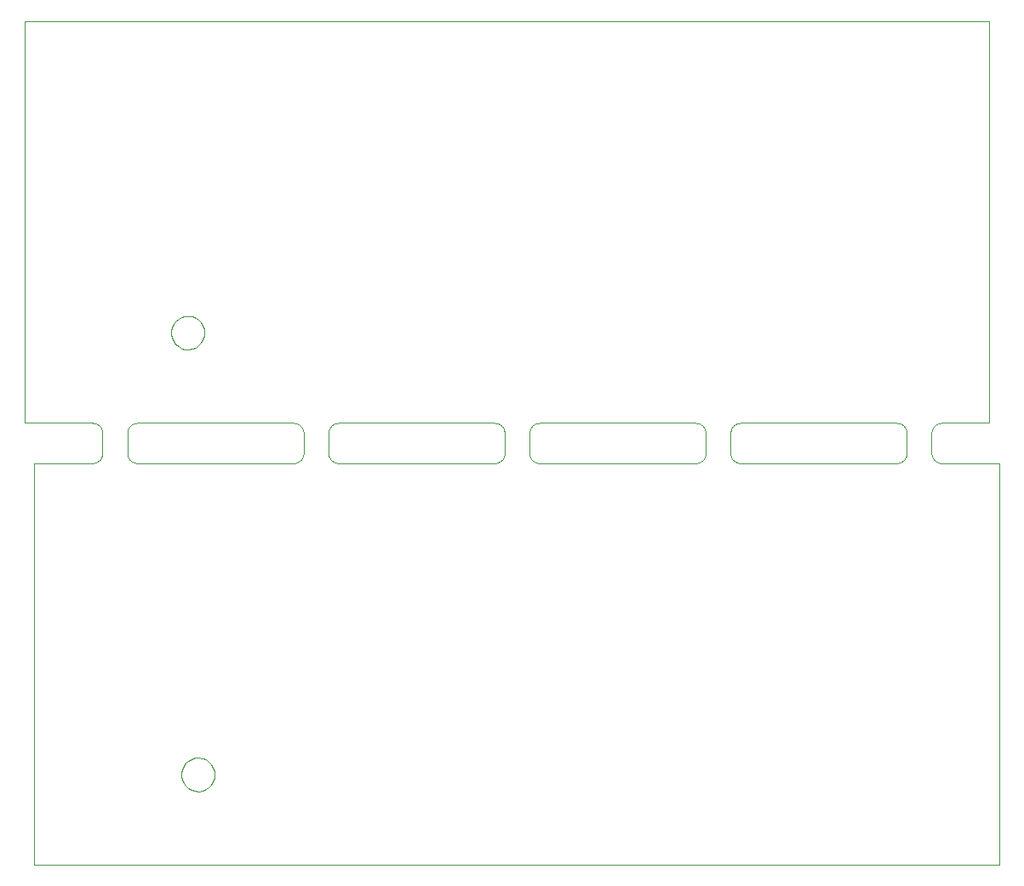
<source format=gko>
%MOIN*%
%OFA0B0*%
%FSLAX44Y44*%
%IPPOS*%
%LPD*%
%ADD10C,0*%
D10*
X00007220Y00003675D02*
X00007220Y00003675D01*
X00007078Y00003683D01*
X00006942Y00003721D01*
X00006816Y00003787D01*
X00006708Y00003879D01*
X00006622Y00003992D01*
X00006563Y00004121D01*
X00006532Y00004259D01*
X00006532Y00004401D01*
X00006563Y00004540D01*
X00006622Y00004669D01*
X00006708Y00004781D01*
X00006816Y00004873D01*
X00006942Y00004940D01*
X00007078Y00004978D01*
X00007220Y00004985D01*
X00007360Y00004962D01*
X00007492Y00004910D01*
X00007609Y00004830D01*
X00007707Y00004727D01*
X00007780Y00004606D01*
X00007825Y00004471D01*
X00007841Y00004330D01*
X00007825Y00004189D01*
X00007780Y00004055D01*
X00007707Y00003933D01*
X00007609Y00003830D01*
X00007492Y00003750D01*
X00007360Y00003698D01*
X00007220Y00003675D01*
X00006826Y00020998D02*
X00006826Y00020998D01*
X00006685Y00021006D01*
X00006548Y00021043D01*
X00006423Y00021110D01*
X00006314Y00021202D01*
X00006229Y00021315D01*
X00006169Y00021444D01*
X00006139Y00021582D01*
X00006139Y00021724D01*
X00006169Y00021863D01*
X00006229Y00021991D01*
X00006314Y00022104D01*
X00006423Y00022196D01*
X00006548Y00022263D01*
X00006685Y00022301D01*
X00006826Y00022308D01*
X00006966Y00022285D01*
X00007098Y00022233D01*
X00007216Y00022153D01*
X00007313Y00022050D01*
X00007386Y00021929D01*
X00007432Y00021794D01*
X00007447Y00021653D01*
X00007432Y00021512D01*
X00007386Y00021378D01*
X00007313Y00021256D01*
X00007216Y00021153D01*
X00007098Y00021073D01*
X00006966Y00021021D01*
X00006826Y00020998D01*
X00004817Y00016535D02*
X00004817Y00016535D01*
X00004786Y00016536D01*
X00004755Y00016540D01*
X00004725Y00016546D01*
X00004695Y00016554D01*
X00004666Y00016565D01*
X00004638Y00016578D01*
X00004611Y00016593D01*
X00004585Y00016610D01*
X00004561Y00016629D01*
X00004538Y00016650D01*
X00004517Y00016673D01*
X00004498Y00016697D01*
X00004481Y00016723D01*
X00004466Y00016750D01*
X00004453Y00016778D01*
X00004442Y00016807D01*
X00004434Y00016837D01*
X00004428Y00016867D01*
X00004424Y00016898D01*
X00004423Y00016929D01*
X00004423Y00017716D01*
X00004424Y00017747D01*
X00004428Y00017778D01*
X00004434Y00017808D01*
X00004442Y00017838D01*
X00004453Y00017867D01*
X00004466Y00017895D01*
X00004481Y00017922D01*
X00004498Y00017947D01*
X00004517Y00017972D01*
X00004538Y00017994D01*
X00004561Y00018015D01*
X00004585Y00018035D01*
X00004611Y00018052D01*
X00004638Y00018067D01*
X00004666Y00018080D01*
X00004695Y00018090D01*
X00004725Y00018099D01*
X00004755Y00018105D01*
X00004786Y00018109D01*
X00004817Y00018110D01*
X00010930Y00018110D01*
X00010961Y00018109D01*
X00010992Y00018105D01*
X00011022Y00018099D01*
X00011052Y00018090D01*
X00011081Y00018080D01*
X00011109Y00018067D01*
X00011136Y00018052D01*
X00011162Y00018035D01*
X00011186Y00018015D01*
X00011209Y00017994D01*
X00011230Y00017972D01*
X00011249Y00017947D01*
X00011266Y00017922D01*
X00011281Y00017895D01*
X00011294Y00017867D01*
X00011305Y00017838D01*
X00011313Y00017808D01*
X00011319Y00017778D01*
X00011323Y00017747D01*
X00011324Y00017716D01*
X00011324Y00016929D01*
X00011323Y00016898D01*
X00011319Y00016867D01*
X00011313Y00016837D01*
X00011305Y00016807D01*
X00011294Y00016778D01*
X00011281Y00016750D01*
X00011266Y00016723D01*
X00011249Y00016697D01*
X00011230Y00016673D01*
X00011209Y00016650D01*
X00011186Y00016629D01*
X00011162Y00016610D01*
X00011136Y00016593D01*
X00011109Y00016578D01*
X00011081Y00016565D01*
X00011052Y00016554D01*
X00011022Y00016546D01*
X00010992Y00016540D01*
X00010961Y00016536D01*
X00010930Y00016535D01*
X00004817Y00016535D01*
X00026678Y00018110D02*
X00026678Y00018110D01*
X00026709Y00018109D01*
X00026740Y00018105D01*
X00026770Y00018099D01*
X00026800Y00018090D01*
X00026829Y00018080D01*
X00026857Y00018067D01*
X00026884Y00018052D01*
X00026910Y00018035D01*
X00026934Y00018015D01*
X00026957Y00017994D01*
X00026978Y00017972D01*
X00026997Y00017947D01*
X00027014Y00017922D01*
X00027029Y00017895D01*
X00027042Y00017867D01*
X00027053Y00017838D01*
X00027061Y00017808D01*
X00027067Y00017778D01*
X00027071Y00017747D01*
X00027072Y00017716D01*
X00027072Y00016929D01*
X00027071Y00016898D01*
X00027067Y00016867D01*
X00027061Y00016837D01*
X00027053Y00016807D01*
X00027042Y00016778D01*
X00027029Y00016750D01*
X00027014Y00016723D01*
X00026997Y00016697D01*
X00026978Y00016673D01*
X00026957Y00016650D01*
X00026934Y00016629D01*
X00026910Y00016610D01*
X00026884Y00016593D01*
X00026857Y00016578D01*
X00026829Y00016565D01*
X00026800Y00016554D01*
X00026770Y00016546D01*
X00026740Y00016540D01*
X00026709Y00016536D01*
X00026678Y00016535D01*
X00020565Y00016535D01*
X00020534Y00016536D01*
X00020503Y00016540D01*
X00020473Y00016546D01*
X00020443Y00016554D01*
X00020414Y00016565D01*
X00020386Y00016578D01*
X00020359Y00016593D01*
X00020333Y00016610D01*
X00020309Y00016629D01*
X00020286Y00016650D01*
X00020266Y00016673D01*
X00020246Y00016697D01*
X00020229Y00016723D01*
X00020214Y00016750D01*
X00020201Y00016778D01*
X00020190Y00016807D01*
X00020182Y00016837D01*
X00020176Y00016867D01*
X00020172Y00016898D01*
X00020171Y00016929D01*
X00020171Y00017716D01*
X00020172Y00017747D01*
X00020176Y00017778D01*
X00020182Y00017808D01*
X00020190Y00017838D01*
X00020201Y00017867D01*
X00020214Y00017895D01*
X00020229Y00017922D01*
X00020246Y00017947D01*
X00020266Y00017972D01*
X00020286Y00017994D01*
X00020309Y00018015D01*
X00020333Y00018035D01*
X00020359Y00018052D01*
X00020386Y00018067D01*
X00020414Y00018080D01*
X00020443Y00018090D01*
X00020473Y00018099D01*
X00020503Y00018105D01*
X00020534Y00018109D01*
X00020565Y00018110D01*
X00026678Y00018110D01*
X00012691Y00016535D02*
X00012691Y00016535D01*
X00012660Y00016536D01*
X00012629Y00016540D01*
X00012599Y00016546D01*
X00012569Y00016554D01*
X00012540Y00016565D01*
X00012512Y00016578D01*
X00012485Y00016593D01*
X00012459Y00016610D01*
X00012435Y00016629D01*
X00012412Y00016650D01*
X00012391Y00016673D01*
X00012372Y00016697D01*
X00012355Y00016723D01*
X00012340Y00016750D01*
X00012327Y00016778D01*
X00012316Y00016807D01*
X00012308Y00016837D01*
X00012302Y00016867D01*
X00012298Y00016898D01*
X00012297Y00016929D01*
X00012297Y00017716D01*
X00012298Y00017747D01*
X00012302Y00017778D01*
X00012308Y00017808D01*
X00012316Y00017838D01*
X00012327Y00017867D01*
X00012340Y00017895D01*
X00012355Y00017922D01*
X00012372Y00017947D01*
X00012391Y00017972D01*
X00012412Y00017994D01*
X00012435Y00018015D01*
X00012459Y00018035D01*
X00012485Y00018052D01*
X00012512Y00018067D01*
X00012540Y00018080D01*
X00012569Y00018090D01*
X00012599Y00018099D01*
X00012629Y00018105D01*
X00012660Y00018109D01*
X00012691Y00018110D01*
X00018804Y00018110D01*
X00018835Y00018109D01*
X00018866Y00018105D01*
X00018896Y00018099D01*
X00018926Y00018090D01*
X00018955Y00018080D01*
X00018983Y00018067D01*
X00019010Y00018052D01*
X00019036Y00018035D01*
X00019060Y00018015D01*
X00019083Y00017994D01*
X00019104Y00017972D01*
X00019123Y00017947D01*
X00019140Y00017922D01*
X00019155Y00017895D01*
X00019168Y00017867D01*
X00019179Y00017838D01*
X00019187Y00017808D01*
X00019193Y00017778D01*
X00019197Y00017747D01*
X00019198Y00017716D01*
X00019198Y00016929D01*
X00019197Y00016898D01*
X00019193Y00016867D01*
X00019187Y00016837D01*
X00019179Y00016807D01*
X00019168Y00016778D01*
X00019155Y00016750D01*
X00019140Y00016723D01*
X00019123Y00016697D01*
X00019104Y00016673D01*
X00019083Y00016650D01*
X00019060Y00016629D01*
X00019036Y00016610D01*
X00019010Y00016593D01*
X00018983Y00016578D01*
X00018955Y00016565D01*
X00018926Y00016554D01*
X00018896Y00016546D01*
X00018866Y00016540D01*
X00018835Y00016536D01*
X00018804Y00016535D01*
X00012691Y00016535D01*
X00034552Y00018110D02*
X00034552Y00018110D01*
X00034583Y00018109D01*
X00034614Y00018105D01*
X00034644Y00018099D01*
X00034674Y00018090D01*
X00034703Y00018080D01*
X00034731Y00018067D01*
X00034758Y00018052D01*
X00034784Y00018035D01*
X00034808Y00018015D01*
X00034831Y00017994D01*
X00034852Y00017972D01*
X00034871Y00017947D01*
X00034888Y00017922D01*
X00034903Y00017895D01*
X00034916Y00017867D01*
X00034927Y00017838D01*
X00034935Y00017808D01*
X00034941Y00017778D01*
X00034945Y00017747D01*
X00034946Y00017716D01*
X00034946Y00016929D01*
X00034945Y00016898D01*
X00034941Y00016867D01*
X00034935Y00016837D01*
X00034927Y00016807D01*
X00034916Y00016778D01*
X00034903Y00016750D01*
X00034888Y00016723D01*
X00034871Y00016697D01*
X00034852Y00016673D01*
X00034831Y00016650D01*
X00034808Y00016629D01*
X00034784Y00016610D01*
X00034758Y00016593D01*
X00034731Y00016578D01*
X00034703Y00016565D01*
X00034674Y00016554D01*
X00034644Y00016546D01*
X00034614Y00016540D01*
X00034583Y00016536D01*
X00034552Y00016535D01*
X00028439Y00016535D01*
X00028408Y00016536D01*
X00028377Y00016540D01*
X00028347Y00016546D01*
X00028317Y00016554D01*
X00028288Y00016565D01*
X00028260Y00016578D01*
X00028233Y00016593D01*
X00028207Y00016610D01*
X00028183Y00016629D01*
X00028161Y00016650D01*
X00028140Y00016673D01*
X00028120Y00016697D01*
X00028103Y00016723D01*
X00028088Y00016750D01*
X00028075Y00016778D01*
X00028064Y00016807D01*
X00028056Y00016837D01*
X00028050Y00016867D01*
X00028046Y00016898D01*
X00028045Y00016929D01*
X00028045Y00017716D01*
X00028046Y00017747D01*
X00028050Y00017778D01*
X00028056Y00017808D01*
X00028064Y00017838D01*
X00028075Y00017867D01*
X00028088Y00017895D01*
X00028103Y00017922D01*
X00028120Y00017947D01*
X00028140Y00017972D01*
X00028161Y00017994D01*
X00028183Y00018015D01*
X00028207Y00018035D01*
X00028233Y00018052D01*
X00028260Y00018067D01*
X00028288Y00018080D01*
X00028317Y00018090D01*
X00028347Y00018099D01*
X00028377Y00018105D01*
X00028408Y00018109D01*
X00028439Y00018110D01*
X00034552Y00018110D01*
X00003056Y00018110D02*
X00003056Y00018110D01*
X00003087Y00018109D01*
X00003118Y00018105D01*
X00003148Y00018099D01*
X00003178Y00018090D01*
X00003207Y00018080D01*
X00003235Y00018067D01*
X00003262Y00018052D01*
X00003288Y00018035D01*
X00003312Y00018015D01*
X00003335Y00017994D01*
X00003356Y00017972D01*
X00003375Y00017947D01*
X00003392Y00017922D01*
X00003407Y00017895D01*
X00003420Y00017867D01*
X00003431Y00017838D01*
X00003439Y00017808D01*
X00003445Y00017778D01*
X00003449Y00017747D01*
X00003450Y00017716D01*
X00003450Y00016929D01*
X00003449Y00016898D01*
X00003445Y00016867D01*
X00003439Y00016837D01*
X00003431Y00016807D01*
X00003420Y00016778D01*
X00003407Y00016750D01*
X00003392Y00016723D01*
X00003375Y00016697D01*
X00003356Y00016673D01*
X00003335Y00016650D01*
X00003312Y00016629D01*
X00003288Y00016610D01*
X00003262Y00016593D01*
X00003235Y00016578D01*
X00003207Y00016565D01*
X00003178Y00016554D01*
X00003148Y00016546D01*
X00003118Y00016540D01*
X00003087Y00016536D01*
X00003056Y00016535D01*
X00000787Y00016535D01*
X00000787Y00000787D01*
X00038582Y00000787D01*
X00038582Y00016535D01*
X00036313Y00016535D01*
X00036282Y00016536D01*
X00036251Y00016540D01*
X00036221Y00016546D01*
X00036191Y00016554D01*
X00036162Y00016565D01*
X00036134Y00016578D01*
X00036107Y00016593D01*
X00036082Y00016610D01*
X00036057Y00016629D01*
X00036035Y00016650D01*
X00036014Y00016673D01*
X00035994Y00016697D01*
X00035977Y00016723D01*
X00035962Y00016750D01*
X00035949Y00016778D01*
X00035938Y00016807D01*
X00035930Y00016837D01*
X00035924Y00016867D01*
X00035920Y00016898D01*
X00035919Y00016929D01*
X00035919Y00017716D01*
X00035920Y00017747D01*
X00035924Y00017778D01*
X00035930Y00017808D01*
X00035938Y00017838D01*
X00035949Y00017867D01*
X00035962Y00017895D01*
X00035977Y00017922D01*
X00035994Y00017947D01*
X00036014Y00017972D01*
X00036035Y00017994D01*
X00036057Y00018015D01*
X00036082Y00018035D01*
X00036107Y00018052D01*
X00036134Y00018067D01*
X00036162Y00018080D01*
X00036191Y00018090D01*
X00036221Y00018099D01*
X00036251Y00018105D01*
X00036282Y00018109D01*
X00036313Y00018110D01*
X00038188Y00018110D01*
X00038188Y00033858D01*
X00000393Y00033858D01*
X00000393Y00018110D01*
X00003056Y00018110D01*
M02*
</source>
